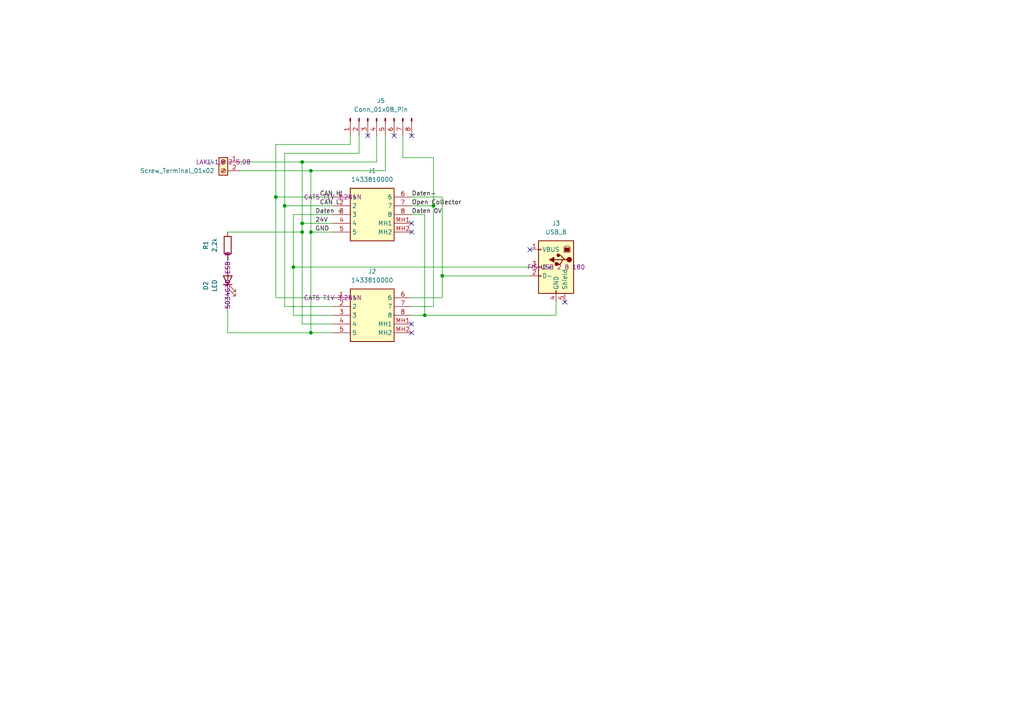
<source format=kicad_sch>
(kicad_sch (version 20250114) (generator "eeschema") (generator_version "9.0")
  (paper "A4")
  (lib_symbols
    (symbol "Connector:Conn_01x08_Pin" (pin_names (offset 1.016) (hide yes))
      (property "Reference" "J" (at 0 10.16 0))
      (property "Value" "Conn_01x08_Pin" (at 0 -12.7 0))
      (symbol "Conn_01x08_Pin_1_1"
        (rectangle (start 0.8636 7.747) (end 0 7.493) (stroke (width 0.1524)) (fill (type outline)))
        (rectangle (start 0.8636 5.207) (end 0 4.953) (stroke (width 0.1524)) (fill (type outline)))
        (rectangle (start 0.8636 2.667) (end 0 2.413) (stroke (width 0.1524)) (fill (type outline)))
        (rectangle (start 0.8636 0.127) (end 0 -0.127) (stroke (width 0.1524)) (fill (type outline)))
        (rectangle (start 0.8636 -2.413) (end 0 -2.667) (stroke (width 0.1524)) (fill (type outline)))
        (rectangle (start 0.8636 -4.953) (end 0 -5.207) (stroke (width 0.1524)) (fill (type outline)))
        (rectangle (start 0.8636 -7.493) (end 0 -7.747) (stroke (width 0.1524)) (fill (type outline)))
        (rectangle (start 0.8636 -10.033) (end 0 -10.287) (stroke (width 0.1524)) (fill (type outline)))
        (polyline (pts (xy 1.27 7.62) (xy 0.8636 7.62)) (stroke (width 0.1524)))
        (polyline (pts (xy 1.27 5.08) (xy 0.8636 5.08)) (stroke (width 0.1524)))
        (polyline (pts (xy 1.27 2.54) (xy 0.8636 2.54)) (stroke (width 0.1524)))
        (polyline (pts (xy 1.27 0) (xy 0.8636 0)) (stroke (width 0.1524)))
        (polyline (pts (xy 1.27 -2.54) (xy 0.8636 -2.54)) (stroke (width 0.1524)))
        (polyline (pts (xy 1.27 -5.08) (xy 0.8636 -5.08)) (stroke (width 0.1524)))
        (polyline (pts (xy 1.27 -7.62) (xy 0.8636 -7.62)) (stroke (width 0.1524)))
        (polyline (pts (xy 1.27 -10.16) (xy 0.8636 -10.16)) (stroke (width 0.1524)))
        (pin passive line (at 5.08 7.62 180) (length 3.81) (name "Pin_1") (number "1"))
        (pin passive line (at 5.08 5.08 180) (length 3.81) (name "Pin_2") (number "2"))
        (pin passive line (at 5.08 2.54 180) (length 3.81) (name "Pin_3") (number "3"))
        (pin passive line (at 5.08 0 180) (length 3.81) (name "Pin_4") (number "4"))
        (pin passive line (at 5.08 -2.54 180) (length 3.81) (name "Pin_5") (number "5"))
        (pin passive line (at 5.08 -5.08 180) (length 3.81) (name "Pin_6") (number "6"))
        (pin passive line (at 5.08 -7.62 180) (length 3.81) (name "Pin_7") (number "7"))
        (pin passive line (at 5.08 -10.16 180) (length 3.81) (name "Pin_8") (number "8"))
      )
    )
    (symbol "Connector:Screw_Terminal_01x02" (pin_names (offset 1.016) (hide yes))
      (property "Reference" "J" (at 0 2.54 0))
      (property "Value" "Screw_Terminal_01x02" (at 0 -5.08 0))
      (symbol "Screw_Terminal_01x02_1_1"
        (rectangle (start -1.27 1.27) (end 1.27 -3.81) (stroke (width 0.254)) (fill (type background)))
        (polyline (pts (xy -0.5334 0.3302) (xy 0.3302 -0.508)) (stroke (width 0.1524)))
        (polyline (pts (xy -0.5334 -2.2098) (xy 0.3302 -3.048)) (stroke (width 0.1524)))
        (polyline (pts (xy -0.3556 0.508) (xy 0.508 -0.3302)) (stroke (width 0.1524)))
        (polyline (pts (xy -0.3556 -2.032) (xy 0.508 -2.8702)) (stroke (width 0.1524)))
        (circle (center 0 0) (radius 0.635) (stroke (width 0.1524)))
        (circle (center 0 -2.54) (radius 0.635) (stroke (width 0.1524)))
        (pin passive line (at -5.08 0 0) (length 3.81) (name "Pin_1") (number "1"))
        (pin passive line (at -5.08 -2.54 0) (length 3.81) (name "Pin_2") (number "2"))
      )
    )
    (symbol "Connector:USB_B" (pin_names (offset 1.016))
      (property "Reference" "J" (at -5.08 11.43 0))
      (property "Value" "USB_B" (at -5.08 8.89 0))
      (symbol "USB_B_0_1"
        (rectangle (start -5.08 -7.62) (end 5.08 7.62) (stroke (width 0.254)) (fill (type background)))
        (polyline (pts (xy -4.064 4.318) (xy -2.286 4.318) (xy -2.286 5.715) (xy -2.667 6.096) (xy -3.683 6.096) (xy -4.064 5.715) (xy -4.064 4.318)))
        (rectangle (start -3.81 5.588) (end -2.54 4.572) (fill (type outline)))
        (circle (center -3.81 2.159) (radius 0.635) (stroke (width 0.254)) (fill (type outline)))
        (polyline (pts (xy -3.175 2.159) (xy -2.54 2.159) (xy -1.27 3.429) (xy -0.635 3.429)) (stroke (width 0.254)))
        (polyline (pts (xy -2.54 2.159) (xy -1.905 2.159) (xy -1.27 0.889) (xy 0 0.889)) (stroke (width 0.254)))
        (polyline (pts (xy -1.905 2.159) (xy 0.635 2.159)) (stroke (width 0.254)))
        (circle (center -0.635 3.429) (radius 0.381) (stroke (width 0.254)) (fill (type outline)))
        (rectangle (start -0.127 -7.62) (end 0.127 -6.858))
        (rectangle (start 0.254 1.27) (end -0.508 0.508) (stroke (width 0.254)) (fill (type outline)))
        (polyline (pts (xy 0.635 2.794) (xy 0.635 1.524) (xy 1.905 2.159) (xy 0.635 2.794)) (stroke (width 0.254)) (fill (type outline)))
        (rectangle (start 5.08 4.953) (end 4.318 5.207))
        (rectangle (start 5.08 -0.127) (end 4.318 0.127))
        (rectangle (start 5.08 -2.667) (end 4.318 -2.413))
      )
      (symbol "USB_B_1_1"
        (pin passive line (at -2.54 -10.16 90) (length 2.54) (name "Shield") (number "5"))
        (pin power_out line (at 0 -10.16 90) (length 2.54) (name "GND") (number "4"))
        (pin power_out line (at 7.62 5.08 180) (length 2.54) (name "VBUS") (number "1"))
        (pin bidirectional line (at 7.62 0 180) (length 2.54) (name "D+") (number "3"))
        (pin bidirectional line (at 7.62 -2.54 180) (length 2.54) (name "D-") (number "2"))
      )
    )
    (symbol "Device:LED" (pin_numbers (hide yes)) (pin_names (offset 1.016) (hide yes))
      (property "Reference" "D" (at 0 2.54 0))
      (property "Value" "LED" (at 0 -2.54 0))
      (symbol "LED_0_1"
        (polyline (pts (xy -3.048 -0.762) (xy -4.572 -2.286) (xy -3.81 -2.286) (xy -4.572 -2.286) (xy -4.572 -1.524)))
        (polyline (pts (xy -1.778 -0.762) (xy -3.302 -2.286) (xy -2.54 -2.286) (xy -3.302 -2.286) (xy -3.302 -1.524)))
        (polyline (pts (xy -1.27 0) (xy 1.27 0)))
        (polyline (pts (xy -1.27 -1.27) (xy -1.27 1.27)) (stroke (width 0.254)))
        (polyline (pts (xy 1.27 -1.27) (xy 1.27 1.27) (xy -1.27 0) (xy 1.27 -1.27)) (stroke (width 0.254)))
      )
      (symbol "LED_1_1"
        (pin passive line (at -3.81 0 0) (length 2.54) (name "K") (number "1"))
        (pin passive line (at 3.81 0 180) (length 2.54) (name "A") (number "2"))
      )
    )
    (symbol "Device:R" (pin_numbers (hide yes)) (pin_names (offset 0))
      (property "Reference" "R" (at 2.032 0 90))
      (property "Value" "R" (at 0 0 90))
      (symbol "R_0_1"
        (rectangle (start -1.016 -2.54) (end 1.016 2.54) (stroke (width 0.254)))
      )
      (symbol "R_1_1"
        (pin passive line (at 0 3.81 270) (length 1.27) (name "~") (number "1"))
        (pin passive line (at 0 -3.81 90) (length 1.27) (name "~") (number "2"))
      )
    )
    (symbol "SamacSys_Parts:1433810000"
      (property "Reference" "J" (at 19.05 7.62 0))
      (property "Value" "1433810000" (at 19.05 5.08 0))
      (symbol "1433810000_1_1"
        (rectangle (start 5.08 2.54) (end 17.78 -12.7) (stroke (width 0.254)) (fill (type background)))
        (pin passive line (at 0 0 0) (length 5.08) (name "1") (number "1"))
        (pin passive line (at 0 -2.54 0) (length 5.08) (name "2") (number "2"))
        (pin passive line (at 0 -5.08 0) (length 5.08) (name "3") (number "3"))
        (pin passive line (at 0 -7.62 0) (length 5.08) (name "4") (number "4"))
        (pin passive line (at 0 -10.16 0) (length 5.08) (name "5") (number "5"))
        (pin passive line (at 22.86 0 180) (length 5.08) (name "6") (number "6"))
        (pin passive line (at 22.86 -2.54 180) (length 5.08) (name "7") (number "7"))
        (pin passive line (at 22.86 -5.08 180) (length 5.08) (name "8") (number "8"))
        (pin passive line (at 22.86 -7.62 180) (length 5.08) (name "MH1") (number "MH1"))
        (pin passive line (at 22.86 -10.16 180) (length 5.08) (name "MH2") (number "MH2"))
      )
    )
  )
  (junction (at 80.01 57.15))
  (junction (at 87.63 67.31))
  (junction (at 87.63 64.77))
  (junction (at 90.17 49.53))
  (junction (at 125.73 59.69))
  (junction (at 90.17 96.52))
  (junction (at 82.55 59.69))
  (junction (at 87.63 46.99))
  (junction (at 123.19 91.44))
  (junction (at 85.09 77.47))
  (junction (at 90.17 67.31))
  (junction (at 128.27 80.01))
  (no_connect (at 119.38 64.77))
  (no_connect (at 119.38 39.37))
  (no_connect (at 153.67 72.39))
  (no_connect (at 163.83 87.63))
  (no_connect (at 106.68 39.37))
  (no_connect (at 119.38 67.31))
  (no_connect (at 114.3 39.37))
  (no_connect (at 119.38 93.98))
  (no_connect (at 119.38 96.52))
  (wire (pts (xy 85.09 62.23) (xy 85.09 77.47)))
  (wire (pts (xy 116.84 39.37) (xy 116.84 45.72)))
  (wire (pts (xy 111.76 49.53) (xy 90.17 49.53)))
  (wire (pts (xy 96.52 64.77) (xy 87.63 64.77)))
  (wire (pts (xy 101.6 39.37) (xy 101.6 41.91)))
  (wire (pts (xy 80.01 41.91) (xy 80.01 57.15)))
  (wire (pts (xy 85.09 77.47) (xy 85.09 91.44)))
  (wire (pts (xy 128.27 57.15) (xy 128.27 80.01)))
  (wire (pts (xy 82.55 88.9) (xy 96.52 88.9)))
  (wire (pts (xy 101.6 41.91) (xy 80.01 41.91)))
  (wire (pts (xy 128.27 86.36) (xy 119.38 86.36)))
  (wire (pts (xy 90.17 49.53) (xy 90.17 67.31)))
  (wire (pts (xy 123.19 62.23) (xy 123.19 91.44)))
  (wire (pts (xy 66.04 96.52) (xy 90.17 96.52)))
  (wire (pts (xy 161.29 87.63) (xy 161.29 91.44)))
  (wire (pts (xy 82.55 44.45) (xy 82.55 59.69)))
  (wire (pts (xy 80.01 57.15) (xy 80.01 86.36)))
  (wire (pts (xy 87.63 93.98) (xy 96.52 93.98)))
  (wire (pts (xy 125.73 59.69) (xy 125.73 88.9)))
  (wire (pts (xy 66.04 85.09) (xy 66.04 96.52)))
  (wire (pts (xy 69.85 49.53) (xy 90.17 49.53)))
  (wire (pts (xy 123.19 91.44) (xy 161.29 91.44)))
  (wire (pts (xy 80.01 57.15) (xy 96.52 57.15)))
  (wire (pts (xy 109.22 46.99) (xy 87.63 46.99)))
  (wire (pts (xy 85.09 62.23) (xy 96.52 62.23)))
  (wire (pts (xy 104.14 44.45) (xy 82.55 44.45)))
  (wire (pts (xy 87.63 46.99) (xy 87.63 64.77)))
  (wire (pts (xy 119.38 62.23) (xy 123.19 62.23)))
  (wire (pts (xy 85.09 77.47) (xy 153.67 77.47)))
  (wire (pts (xy 87.63 64.77) (xy 87.63 67.31)))
  (wire (pts (xy 87.63 67.31) (xy 87.63 93.98)))
  (wire (pts (xy 116.84 45.72) (xy 125.73 45.72)))
  (wire (pts (xy 119.38 57.15) (xy 128.27 57.15)))
  (wire (pts (xy 66.04 67.31) (xy 87.63 67.31)))
  (wire (pts (xy 90.17 96.52) (xy 96.52 96.52)))
  (wire (pts (xy 80.01 86.36) (xy 96.52 86.36)))
  (wire (pts (xy 128.27 80.01) (xy 153.67 80.01)))
  (wire (pts (xy 128.27 80.01) (xy 128.27 86.36)))
  (wire (pts (xy 123.19 91.44) (xy 119.38 91.44)))
  (wire (pts (xy 66.04 74.93) (xy 66.04 77.47)))
  (wire (pts (xy 119.38 59.69) (xy 125.73 59.69)))
  (wire (pts (xy 90.17 67.31) (xy 90.17 96.52)))
  (wire (pts (xy 109.22 39.37) (xy 109.22 46.99)))
  (wire (pts (xy 125.73 45.72) (xy 125.73 59.69)))
  (wire (pts (xy 104.14 39.37) (xy 104.14 44.45)))
  (wire (pts (xy 96.52 67.31) (xy 90.17 67.31)))
  (wire (pts (xy 85.09 91.44) (xy 96.52 91.44)))
  (wire (pts (xy 69.85 46.99) (xy 87.63 46.99)))
  (wire (pts (xy 82.55 59.69) (xy 96.52 59.69)))
  (wire (pts (xy 82.55 59.69) (xy 82.55 88.9)))
  (wire (pts (xy 125.73 88.9) (xy 119.38 88.9)))
  (wire (pts (xy 111.76 39.37) (xy 111.76 49.53)))
  (label "Daten 0V" (at 119.38 62.23 0))
  (label "CAN L" (at 92.71 59.69 0))
  (label "Open Collector" (at 119.38 59.69 0))
  (label "24V" (at 91.44 64.77 0))
  (label "Daten +" (at 91.44 62.23 0))
  (label "CAN H" (at 92.71 57.15 0))
  (label "Daten-" (at 119.38 57.15 0))
  (label "GND" (at 91.44 67.31 0))
  (symbol (lib_id "Device:R") (at 66.04 71.12 180) (unit 1)
    (property "Reference" "R1" (at 59.69 71.12 90))
    (property "Value" "2,2k" (at 62.23 71.12 90))
    (property "Footprint" "Resistor_THT:R_Axial_DIN0207_L6.3mm_D2.5mm_P2.54mm_Vertical" (effects (hide yes)))
    (property "Description" "Resistor" (effects (hide yes)))
  )
  (symbol (lib_id "Device:LED") (at 66.04 81.28 90) (unit 1)
    (property "Reference" "D2" (at 59.69 82.8675 0))
    (property "Value" "LED" (at 62.23 82.8675 0))
    (property "Footprint" "LED_THT:LED_D5.0mm" (effects (hide yes)))
    (property "Description" "Light emitting diode" (effects (hide yes)))
    (property "Sim.Pins" "1=K 2=A" (effects (hide yes)))
    (property "Reichelt Part Number" "5034G3D-ESB-B" (at 66.04 81.28 0))
  )
  (symbol (lib_id "Connector:Conn_01x08_Pin") (at 109.22 34.29 90) (mirror x) (unit 1)
    (property "Reference" "J5" (at 110.49 29.21 90))
    (property "Value" "Conn_01x08_Pin" (at 110.49 31.75 90))
    (property "Footprint" "Connector_PinHeader_2.54mm:PinHeader_1x08_P2.54mm_Vertical" (effects (hide yes)))
    (property "Description" "Generic connector, single row, 01x08, script generated" (effects (hide yes)))
  )
  (symbol (lib_id "SamacSys_Parts:1433810000") (at 96.52 86.36 0) (unit 1)
    (property "Reference" "J2" (at 107.95 78.74 0))
    (property "Value" "1433810000" (at 107.95 81.28 0))
    (property "Footprint" "SamacSys_Parts:1433810000" (effects (hide yes)))
    (property "Datasheet" "http://catalog.weidmueller.com/createDatasheetForMobile.do?ordernumber=1433810000&scope1=1&scope2=1&localeId=en" (effects (hide yes)))
    (property "Description" "PCB plug-in connector, RJ45 jacks, Cat. 5 , THT solder connection, 180, Shield tabs: none, 30...80 \" Ni /  30 \" Au , LED: No, Number of poles: 8, Tray" (effects (hide yes)))
    (property "Height" "16.5" (effects (hide yes)))
    (property "Mouser Part Number" "470-1433810000" (effects (hide yes)))
    (property "Mouser Price/Stock" "https://www.mouser.co.uk/ProductDetail/Weidmuller/1433810000?qs=juCpvWVDeyuMQoRTvqlr6g%3D%3D" (effects (hide yes)))
    (property "Manufacturer_Name" "Weidmuller" (effects (hide yes)))
    (property "Manufacturer_Part_Number" "1433810000" (effects (hide yes)))
    (property "Reichelt Part Number" "CAT5 T1V 3.2N4N" (at 96.52 86.36 0))
  )
  (symbol (lib_id "SamacSys_Parts:1433810000") (at 96.52 57.15 0) (unit 1)
    (property "Reference" "J1" (at 107.95 49.53 0))
    (property "Value" "1433810000" (at 107.95 52.07 0))
    (property "Footprint" "SamacSys_Parts:1433810000" (effects (hide yes)))
    (property "Datasheet" "http://catalog.weidmueller.com/createDatasheetForMobile.do?ordernumber=1433810000&scope1=1&scope2=1&localeId=en" (effects (hide yes)))
    (property "Description" "PCB plug-in connector, RJ45 jacks, Cat. 5 , THT solder connection, 180, Shield tabs: none, 30...80 \" Ni /  30 \" Au , LED: No, Number of poles: 8, Tray" (effects (hide yes)))
    (property "Height" "16.5" (effects (hide yes)))
    (property "Mouser Part Number" "470-1433810000" (effects (hide yes)))
    (property "Mouser Price/Stock" "https://www.mouser.co.uk/ProductDetail/Weidmuller/1433810000?qs=juCpvWVDeyuMQoRTvqlr6g%3D%3D" (effects (hide yes)))
    (property "Manufacturer_Name" "Weidmuller" (effects (hide yes)))
    (property "Manufacturer_Part_Number" "1433810000" (effects (hide yes)))
    (property "Reichelt Part Number" "CAT5 T1V 3.2N4N" (at 96.52 57.15 0))
  )
  (symbol (lib_id "Connector:USB_B") (at 161.29 77.47 0) (mirror y) (unit 1)
    (property "Reference" "J3" (at 161.29 64.77 0))
    (property "Value" "USB_B" (at 161.29 67.31 0))
    (property "Footprint" "SamacSys_Parts:Fischer_USB_2_B_180" (effects (hide yes)))
    (property "Description" "USB Type B connector" (effects (hide yes)))
    (property "Reichelt Part Number" "FIS USB 2 B 180" (at 161.29 77.47 0))
  )
  (symbol (lib_id "Connector:Screw_Terminal_01x02") (at 64.77 46.99 0) (mirror y) (unit 1)
    (property "Reference" "J4" (at 62.23 46.9899 0) (effects (justify left)))
    (property "Value" "Screw_Terminal_01x02" (at 62.23 49.5299 0) (effects (justify left)))
    (property "Footprint" "TerminalBlock_Phoenix:TerminalBlock_Phoenix_MKDS-1,5-2-5.08_1x02_P5.08mm_Horizontal" (effects (hide yes)))
    (property "Description" "Generic screw terminal, single row, 01x02, script generated (kicad-library-utils/schlib/autogen/connector/)" (effects (hide yes)))
    (property "Reichelt Part Number" "LAKL 1,5 2 5,08" (at 64.77 46.99 0))
  )
)
</source>
